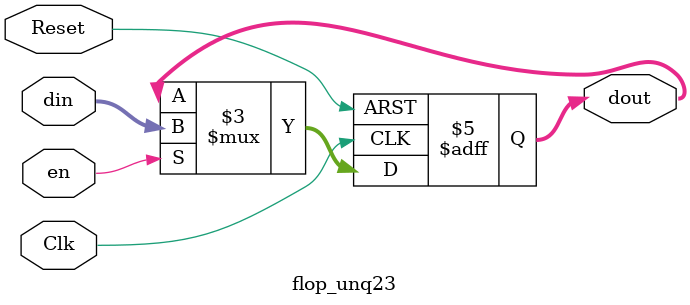
<source format=sv>

/* *****************************************************************************
 * File: flop.vp
 * 
 * Description:
 * Genesis2 flip-flop generator.
 * 
 * Required Genesis2 Controlable Parameters:
 * * Type		- Constant, Flop, RFlop, EFlop, or REFlop
 * * Width		- integer value specifying register width
 * * Default		- default value for the flop 
 *			 (only applies when flop_type=constant|rflop|reflop)
 * * SyncMode		- Sync or ASync flop * Change bar:
 * 
 * 
 * -----------
 * Date          Author   Description
 * Mar 30, 2010  shacham  init version  --  
 * May 20, 2014  jingpu   Add Async mode, change to active low reset
 * 
 * ****************************************************************************/


/*******************************************************************************
 * REQUIRED PARAMETERIZATION
 ******************************************************************************/
// Type (_GENESIS2_INHERITANCE_PRIORITY_) = REFlop
//
// Default (_GENESIS2_INHERITANCE_PRIORITY_) = 6
//
// Width (_GENESIS2_INHERITANCE_PRIORITY_) = 4
//
// SyncMode (_GENESIS2_DECLARATION_PRIORITY_) = ASync
//

module flop_unq23(
	       //inputs
	       input wire logic 		   Clk,
	       input wire logic [3:0]  din,
	       input wire logic 		   Reset,
	       input wire logic 		   en,

	       //outputs
	       output logic [3:0] dout
	       );


   /* synopsys dc_tcl_script_begin
    set_dont_retime [current_design] true
    set_optimize_registers false -design [current_design]
    */
   


   
   always_ff @(posedge Clk or negedge Reset) begin
      if (!Reset) 
	dout <= 4'h6;
      else if (en)
	dout <= din;
   end

endmodule : flop_unq23

</source>
